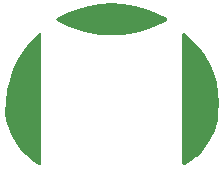
<source format=gbr>
G04 EAGLE Gerber RS-274X export*
G75*
%MOMM*%
%FSLAX34Y34*%
%LPD*%
%INBottom Copper*%
%IPPOS*%
%AMOC8*
5,1,8,0,0,1.08239X$1,22.5*%
G01*
%ADD10C,2.540000*%

G36*
X61016Y-46978D02*
X61016Y-46978D01*
X61153Y-46974D01*
X61175Y-46968D01*
X61197Y-46967D01*
X61327Y-46925D01*
X61459Y-46887D01*
X61487Y-46873D01*
X61499Y-46869D01*
X61517Y-46858D01*
X61603Y-46814D01*
X66760Y-43785D01*
X66768Y-43779D01*
X66883Y-43703D01*
X71653Y-40096D01*
X71661Y-40089D01*
X71766Y-40000D01*
X76085Y-35864D01*
X76092Y-35856D01*
X76186Y-35756D01*
X79996Y-31145D01*
X80002Y-31136D01*
X80083Y-31026D01*
X83332Y-26005D01*
X83337Y-25995D01*
X83405Y-25877D01*
X86049Y-20512D01*
X86053Y-20502D01*
X86107Y-20376D01*
X88110Y-14741D01*
X88113Y-14730D01*
X88152Y-14599D01*
X89487Y-8769D01*
X89488Y-8758D01*
X89512Y-8623D01*
X90162Y-2678D01*
X90161Y-2662D01*
X90163Y-2652D01*
X90164Y-2646D01*
X90164Y-2644D01*
X90167Y-2623D01*
X90710Y5698D01*
X90709Y5709D01*
X90711Y5846D01*
X90284Y14174D01*
X90282Y14184D01*
X90268Y14321D01*
X88878Y22543D01*
X88875Y22553D01*
X88845Y22687D01*
X86509Y30692D01*
X86505Y30702D01*
X86460Y30831D01*
X83210Y38510D01*
X83205Y38520D01*
X83145Y38643D01*
X79026Y45893D01*
X79020Y45902D01*
X78946Y46017D01*
X74013Y52741D01*
X74006Y52749D01*
X73951Y52816D01*
X73948Y52820D01*
X73945Y52824D01*
X73919Y52855D01*
X68240Y58960D01*
X68231Y58967D01*
X68133Y59062D01*
X61783Y64467D01*
X61709Y64515D01*
X61641Y64571D01*
X61576Y64602D01*
X61517Y64641D01*
X61433Y64669D01*
X61353Y64707D01*
X61283Y64720D01*
X61216Y64743D01*
X61127Y64750D01*
X61041Y64767D01*
X60969Y64762D01*
X60898Y64768D01*
X60811Y64752D01*
X60723Y64747D01*
X60655Y64725D01*
X60585Y64713D01*
X60505Y64676D01*
X60421Y64649D01*
X60360Y64611D01*
X60296Y64581D01*
X60227Y64526D01*
X60152Y64479D01*
X60103Y64427D01*
X60048Y64382D01*
X59995Y64312D01*
X59934Y64247D01*
X59900Y64185D01*
X59857Y64128D01*
X59823Y64046D01*
X59780Y63969D01*
X59763Y63900D01*
X59735Y63834D01*
X59723Y63746D01*
X59701Y63661D01*
X59693Y63532D01*
X59691Y63519D01*
X59692Y63513D01*
X59691Y63500D01*
X59691Y-45720D01*
X59708Y-45856D01*
X59720Y-45992D01*
X59728Y-46013D01*
X59731Y-46036D01*
X59781Y-46163D01*
X59827Y-46292D01*
X59839Y-46311D01*
X59848Y-46331D01*
X59928Y-46442D01*
X60005Y-46556D01*
X60021Y-46571D01*
X60034Y-46589D01*
X60140Y-46676D01*
X60243Y-46767D01*
X60262Y-46777D01*
X60279Y-46791D01*
X60403Y-46850D01*
X60525Y-46913D01*
X60547Y-46917D01*
X60567Y-46927D01*
X60701Y-46953D01*
X60835Y-46983D01*
X60858Y-46983D01*
X60880Y-46987D01*
X61016Y-46978D01*
G37*
G36*
X-60876Y-46976D02*
X-60876Y-46976D01*
X-60723Y-46967D01*
X-60719Y-46966D01*
X-60714Y-46965D01*
X-60566Y-46916D01*
X-60421Y-46869D01*
X-60417Y-46866D01*
X-60412Y-46865D01*
X-60282Y-46781D01*
X-60152Y-46699D01*
X-60149Y-46695D01*
X-60145Y-46693D01*
X-60040Y-46580D01*
X-59934Y-46467D01*
X-59932Y-46463D01*
X-59928Y-46460D01*
X-59855Y-46324D01*
X-59780Y-46189D01*
X-59779Y-46184D01*
X-59777Y-46180D01*
X-59739Y-46029D01*
X-59701Y-45881D01*
X-59701Y-45874D01*
X-59700Y-45871D01*
X-59700Y-45863D01*
X-59691Y-45720D01*
X-59691Y63500D01*
X-59709Y63642D01*
X-59723Y63785D01*
X-59729Y63800D01*
X-59731Y63816D01*
X-59783Y63949D01*
X-59833Y64083D01*
X-59842Y64096D01*
X-59848Y64111D01*
X-59932Y64227D01*
X-60013Y64345D01*
X-60025Y64356D01*
X-60034Y64369D01*
X-60145Y64460D01*
X-60253Y64554D01*
X-60267Y64561D01*
X-60279Y64571D01*
X-60409Y64632D01*
X-60537Y64697D01*
X-60553Y64700D01*
X-60567Y64707D01*
X-60707Y64734D01*
X-60848Y64764D01*
X-60864Y64764D01*
X-60880Y64767D01*
X-61023Y64758D01*
X-61166Y64752D01*
X-61181Y64748D01*
X-61197Y64747D01*
X-61333Y64703D01*
X-61471Y64662D01*
X-61484Y64654D01*
X-61499Y64649D01*
X-61621Y64572D01*
X-61743Y64499D01*
X-61760Y64484D01*
X-61768Y64479D01*
X-61781Y64465D01*
X-61864Y64391D01*
X-68356Y57811D01*
X-68366Y57798D01*
X-68447Y57708D01*
X-74192Y50465D01*
X-74200Y50451D01*
X-74271Y50353D01*
X-79197Y42539D01*
X-79201Y42533D01*
X-79208Y42518D01*
X-79268Y42413D01*
X-83325Y34106D01*
X-83330Y34091D01*
X-83378Y33980D01*
X-86515Y25284D01*
X-86518Y25268D01*
X-86554Y25152D01*
X-88734Y16168D01*
X-88736Y16152D01*
X-88759Y16033D01*
X-89957Y6867D01*
X-89957Y6851D01*
X-89967Y6730D01*
X-90169Y-2512D01*
X-90167Y-2532D01*
X-90169Y-2552D01*
X-90157Y-2712D01*
X-89247Y-9351D01*
X-89246Y-9353D01*
X-89216Y-9507D01*
X-87484Y-15980D01*
X-87483Y-15982D01*
X-87433Y-16131D01*
X-84907Y-22337D01*
X-84905Y-22339D01*
X-84838Y-22480D01*
X-81556Y-28323D01*
X-81555Y-28325D01*
X-81470Y-28456D01*
X-77485Y-33844D01*
X-77483Y-33845D01*
X-77383Y-33965D01*
X-72756Y-38813D01*
X-72755Y-38814D01*
X-72640Y-38921D01*
X-67445Y-43153D01*
X-67443Y-43154D01*
X-67315Y-43246D01*
X-61633Y-46796D01*
X-61491Y-46862D01*
X-61353Y-46927D01*
X-61348Y-46928D01*
X-61344Y-46930D01*
X-61191Y-46958D01*
X-61041Y-46987D01*
X-61036Y-46986D01*
X-61031Y-46987D01*
X-60876Y-46976D01*
G37*
G36*
X9625Y63183D02*
X9625Y63183D01*
X9642Y63186D01*
X9757Y63197D01*
X19210Y64694D01*
X19227Y64699D01*
X19340Y64722D01*
X28585Y67199D01*
X28601Y67205D01*
X28711Y67240D01*
X37647Y70670D01*
X37662Y70678D01*
X37768Y70724D01*
X46296Y75069D01*
X46329Y75091D01*
X46366Y75107D01*
X46460Y75181D01*
X46559Y75248D01*
X46586Y75278D01*
X46617Y75302D01*
X46690Y75396D01*
X46770Y75486D01*
X46788Y75522D01*
X46812Y75553D01*
X46860Y75663D01*
X46914Y75770D01*
X46923Y75808D01*
X46939Y75845D01*
X46957Y75963D01*
X46984Y76080D01*
X46982Y76120D01*
X46989Y76159D01*
X46977Y76278D01*
X46974Y76398D01*
X46963Y76436D01*
X46959Y76476D01*
X46919Y76588D01*
X46885Y76703D01*
X46865Y76738D01*
X46852Y76775D01*
X46784Y76874D01*
X46723Y76977D01*
X46695Y77005D01*
X46673Y77038D01*
X46583Y77118D01*
X46499Y77202D01*
X46465Y77223D01*
X46435Y77249D01*
X46296Y77331D01*
X37768Y81676D01*
X37752Y81682D01*
X37647Y81730D01*
X28711Y85160D01*
X28695Y85164D01*
X28585Y85201D01*
X19340Y87679D01*
X19323Y87681D01*
X19210Y87706D01*
X9757Y89204D01*
X9739Y89204D01*
X9625Y89217D01*
X66Y89718D01*
X49Y89717D01*
X-66Y89718D01*
X-9625Y89217D01*
X-9642Y89214D01*
X-9757Y89204D01*
X-19210Y87706D01*
X-19227Y87701D01*
X-19340Y87679D01*
X-28585Y85201D01*
X-28601Y85195D01*
X-28711Y85160D01*
X-37647Y81730D01*
X-37662Y81722D01*
X-37768Y81676D01*
X-46296Y77331D01*
X-46329Y77309D01*
X-46366Y77293D01*
X-46460Y77219D01*
X-46559Y77152D01*
X-46586Y77122D01*
X-46617Y77098D01*
X-46691Y77003D01*
X-46770Y76914D01*
X-46788Y76878D01*
X-46812Y76847D01*
X-46860Y76737D01*
X-46914Y76630D01*
X-46923Y76591D01*
X-46939Y76555D01*
X-46957Y76437D01*
X-46984Y76320D01*
X-46982Y76280D01*
X-46989Y76241D01*
X-46977Y76122D01*
X-46974Y76002D01*
X-46963Y75964D01*
X-46959Y75924D01*
X-46919Y75812D01*
X-46885Y75697D01*
X-46865Y75662D01*
X-46852Y75625D01*
X-46784Y75526D01*
X-46723Y75423D01*
X-46695Y75395D01*
X-46673Y75362D01*
X-46583Y75282D01*
X-46499Y75198D01*
X-46465Y75177D01*
X-46435Y75151D01*
X-46296Y75069D01*
X-37768Y70724D01*
X-37752Y70718D01*
X-37647Y70670D01*
X-28711Y67240D01*
X-28695Y67236D01*
X-28585Y67199D01*
X-19340Y64722D01*
X-19323Y64719D01*
X-19210Y64694D01*
X-9757Y63197D01*
X-9739Y63196D01*
X-9625Y63183D01*
X-66Y62682D01*
X-49Y62683D01*
X66Y62682D01*
X9625Y63183D01*
G37*
D10*
X0Y76200D03*
X-76200Y0D03*
X76200Y0D03*
M02*

</source>
